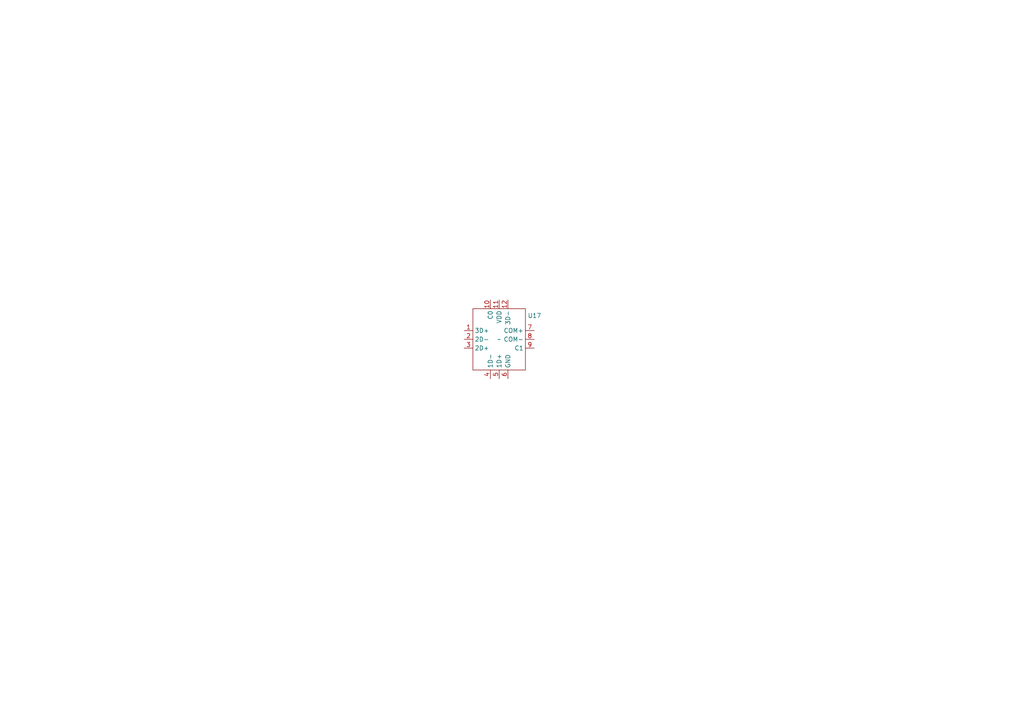
<source format=kicad_sch>
(kicad_sch (version 20230121) (generator eeschema)
  (paper "A4")
  (lib_symbols
    (symbol "tycho:ISL54233"
      (property "Reference" "U" (at 0 0 0))
      (symbol "ISL54233_0_1"
        (rectangle (start -7.62 8.89) (end 7.62 -8.89))
      )
      (symbol "ISL54233_1_0"
        (pin passive line (at -10.16 2.54 0) (length 2.54) (name "3D+") (number "1"))
        (pin input line (at -2.54 11.43 270) (length 2.54) (name "C0") (number "10"))
        (pin power_in line (at 0 11.43 270) (length 2.54) (name "VDD") (number "11"))
        (pin passive line (at 2.54 11.43 270) (length 2.54) (name "3D-") (number "12"))
        (pin passive line (at -10.16 0 0) (length 2.54) (name "2D-") (number "2"))
        (pin passive line (at -10.16 -2.54 0) (length 2.54) (name "2D+") (number "3"))
        (pin passive line (at -2.54 -11.43 90) (length 2.54) (name "1D-") (number "4"))
        (pin passive line (at 0 -11.43 90) (length 2.54) (name "1D+") (number "5"))
        (pin power_in line (at 2.54 -11.43 90) (length 2.54) (name "GND") (number "6"))
        (pin passive line (at 10.16 2.54 180) (length 2.54) (name "COM+") (number "7"))
        (pin passive line (at 10.16 0 180) (length 2.54) (name "COM-") (number "8"))
        (pin input line (at 10.16 -2.54 180) (length 2.54) (name "C1") (number "9"))
      )
    )
  )
  (symbol (lib_id "tycho:ISL54233") (at 144.78 98.425 0) (unit 1)
    (property "Reference" "U17" (at 155.0209 91.5548 0))
    (property "Value" "~" (at 144.78 98.425 0))
  )
)
</source>
